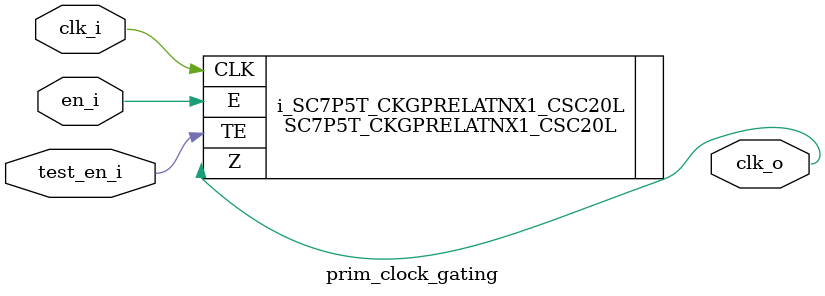
<source format=v>


module prim_clock_gating (
  input  wire clk_i,
  input  wire en_i,
  input  wire test_en_i,
  output wire clk_o
);

     
`ifdef SYNTHESIS
  `ifndef FPGA  
  //TODO: needs to use 36 since it is the always library that is present! even for run minimal
  //TODO: what defines select the target?

    // You put the smallest drive strength (X1) and then the tool changes it according to the need 
    // SC8T_CKGPRELATNX1_DDC28UH i_SC8T_CKGPRELATNX1_DDC28UH (.CLK(CLKIN), .E(ENABLE), .TE(SE), .Z(CLKOUT));
    
    SC7P5T_CKGPRELATNX1_CSC20L i_SC7P5T_CKGPRELATNX1_CSC20L (.CLK(clk_i), .E(en_i), .TE(test_en_i), .Z(clk_o));
  `else
    `define PRIMITIVE
    
    `ifndef PRIMITIVE
      reg  clk_en;
      wire cfg_acg    = (CBAW == 0) ? (ACG != 0) : 1'b0;

      wire clk_en_nxt = ENABLE | ~cfg_acg;
      wire gated_clk  = CLKIN & clk_en;
      wire clk_out    = cfg_acg ? gated_clk : CLKIN;

      always @(CLKIN or clk_en_nxt)
        if(~CLKIN)
          clk_en <= clk_en_nxt;

      assign CLKOUT   = clk_out;
    `else 
      BUFGCE #(
      .CE_TYPE("SYNC"),               // ASYNC, HARDSYNC, SYNC
      .IS_CE_INVERTED(1'b0),          // Programmable inversion on CE
      .IS_I_INVERTED(1'b0),           // Programmable inversion on I
      .SIM_DEVICE("ULTRASCALE_PLUS")  // ULTRASCALE, ULTRASCALE_PLUS
      )
      BUFGCE_inst (
        .O(CLKOUT),   // 1-bit output: Buffer
        .CE(ENABLE), // 1-bit input: Buffer enable
        .I(CLKIN)    // 1-bit input: Buffer
      );
    `endif
  `endif

`else   
  reg en_latch;

  always @* begin
    if (!clk_i) begin
      en_latch = en_i | test_en_i;
    end
  end

  assign clk_o = en_latch & clk_i;
`endif 

endmodule

</source>
